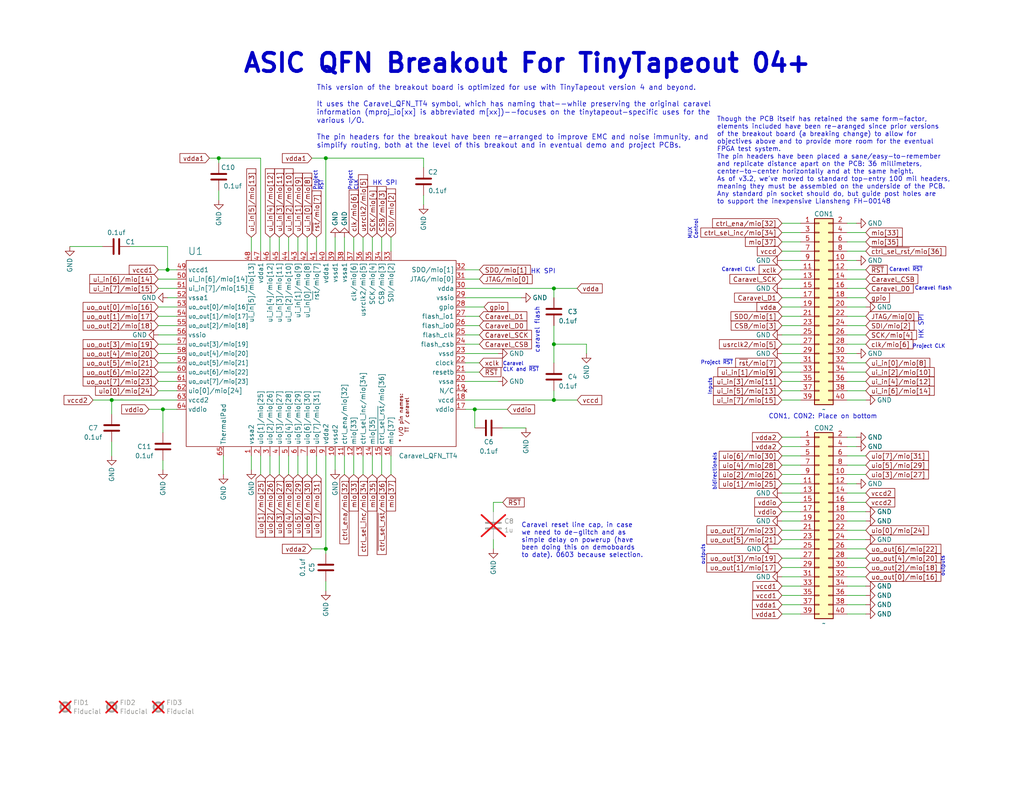
<source format=kicad_sch>
(kicad_sch (version 20231120) (generator "eeschema") (generator_version "8.0")
  (paper "A")
  (title_block (title "Caravel QFN Breakout") (date "2024-03-22") (rev "3.2") (company "Psychogenic Technologies") (comment 1 "(C) 2023 Pat Deegan"))
  (lib_symbols
    (symbol "Connector_Generic:Conn_02x20_Odd_Even" (pin_names (offset 1.016) hide)
      (property "Reference" "J" (at 1.27 25.4 0))
      (property "Value" "Conn_02x20_Odd_Even" (at 1.27 -27.94 0))
      (symbol "Conn_02x20_Odd_Even_1_1"
        (rectangle (start -1.27 -25.273) (end 0 -25.527) (stroke (width 0.1524)))
        (rectangle (start -1.27 -22.733) (end 0 -22.987) (stroke (width 0.1524)))
        (rectangle (start -1.27 -20.193) (end 0 -20.447) (stroke (width 0.1524)))
        (rectangle (start -1.27 -17.653) (end 0 -17.907) (stroke (width 0.1524)))
        (rectangle (start -1.27 -15.113) (end 0 -15.367) (stroke (width 0.1524)))
        (rectangle (start -1.27 -12.573) (end 0 -12.827) (stroke (width 0.1524)))
        (rectangle (start -1.27 -10.033) (end 0 -10.287) (stroke (width 0.1524)))
        (rectangle (start -1.27 -7.493) (end 0 -7.747) (stroke (width 0.1524)))
        (rectangle (start -1.27 -4.953) (end 0 -5.207) (stroke (width 0.1524)))
        (rectangle (start -1.27 -2.413) (end 0 -2.667) (stroke (width 0.1524)))
        (rectangle (start -1.27 0.127) (end 0 -0.127) (stroke (width 0.1524)))
        (rectangle (start -1.27 2.667) (end 0 2.413) (stroke (width 0.1524)))
        (rectangle (start -1.27 5.207) (end 0 4.953) (stroke (width 0.1524)))
        (rectangle (start -1.27 7.747) (end 0 7.493) (stroke (width 0.1524)))
        (rectangle (start -1.27 10.287) (end 0 10.033) (stroke (width 0.1524)))
        (rectangle (start -1.27 12.827) (end 0 12.573) (stroke (width 0.1524)))
        (rectangle (start -1.27 15.367) (end 0 15.113) (stroke (width 0.1524)))
        (rectangle (start -1.27 17.907) (end 0 17.653) (stroke (width 0.1524)))
        (rectangle (start -1.27 20.447) (end 0 20.193) (stroke (width 0.1524)))
        (rectangle (start -1.27 22.987) (end 0 22.733) (stroke (width 0.1524)))
        (rectangle (start -1.27 24.13) (end 3.81 -26.67) (stroke (width 0.254)) (fill (type background)))
        (rectangle (start 3.81 -25.273) (end 2.54 -25.527) (stroke (width 0.1524)))
        (rectangle (start 3.81 -22.733) (end 2.54 -22.987) (stroke (width 0.1524)))
        (rectangle (start 3.81 -20.193) (end 2.54 -20.447) (stroke (width 0.1524)))
        (rectangle (start 3.81 -17.653) (end 2.54 -17.907) (stroke (width 0.1524)))
        (rectangle (start 3.81 -15.113) (end 2.54 -15.367) (stroke (width 0.1524)))
        (rectangle (start 3.81 -12.573) (end 2.54 -12.827) (stroke (width 0.1524)))
        (rectangle (start 3.81 -10.033) (end 2.54 -10.287) (stroke (width 0.1524)))
        (rectangle (start 3.81 -7.493) (end 2.54 -7.747) (stroke (width 0.1524)))
        (rectangle (start 3.81 -4.953) (end 2.54 -5.207) (stroke (width 0.1524)))
        (rectangle (start 3.81 -2.413) (end 2.54 -2.667) (stroke (width 0.1524)))
        (rectangle (start 3.81 0.127) (end 2.54 -0.127) (stroke (width 0.1524)))
        (rectangle (start 3.81 2.667) (end 2.54 2.413) (stroke (width 0.1524)))
        (rectangle (start 3.81 5.207) (end 2.54 4.953) (stroke (width 0.1524)))
        (rectangle (start 3.81 7.747) (end 2.54 7.493) (stroke (width 0.1524)))
        (rectangle (start 3.81 10.287) (end 2.54 10.033) (stroke (width 0.1524)))
        (rectangle (start 3.81 12.827) (end 2.54 12.573) (stroke (width 0.1524)))
        (rectangle (start 3.81 15.367) (end 2.54 15.113) (stroke (width 0.1524)))
        (rectangle (start 3.81 17.907) (end 2.54 17.653) (stroke (width 0.1524)))
        (rectangle (start 3.81 20.447) (end 2.54 20.193) (stroke (width 0.1524)))
        (rectangle (start 3.81 22.987) (end 2.54 22.733) (stroke (width 0.1524)))
        (pin passive line (at -5.08 22.86 0) (length 3.81) (name "Pin_1") (number "1"))
        (pin passive line (at 7.62 12.7 180) (length 3.81) (name "Pin_10") (number "10"))
        (pin passive line (at -5.08 10.16 0) (length 3.81) (name "Pin_11") (number "11"))
        (pin passive line (at 7.62 10.16 180) (length 3.81) (name "Pin_12") (number "12"))
        (pin passive line (at -5.08 7.62 0) (length 3.81) (name "Pin_13") (number "13"))
        (pin passive line (at 7.62 7.62 180) (length 3.81) (name "Pin_14") (number "14"))
        (pin passive line (at -5.08 5.08 0) (length 3.81) (name "Pin_15") (number "15"))
        (pin passive line (at 7.62 5.08 180) (length 3.81) (name "Pin_16") (number "16"))
        (pin passive line (at -5.08 2.54 0) (length 3.81) (name "Pin_17") (number "17"))
        (pin passive line (at 7.62 2.54 180) (length 3.81) (name "Pin_18") (number "18"))
        (pin passive line (at -5.08 0 0) (length 3.81) (name "Pin_19") (number "19"))
        (pin passive line (at 7.62 22.86 180) (length 3.81) (name "Pin_2") (number "2"))
        (pin passive line (at 7.62 0 180) (length 3.81) (name "Pin_20") (number "20"))
        (pin passive line (at -5.08 -2.54 0) (length 3.81) (name "Pin_21") (number "21"))
        (pin passive line (at 7.62 -2.54 180) (length 3.81) (name "Pin_22") (number "22"))
        (pin passive line (at -5.08 -5.08 0) (length 3.81) (name "Pin_23") (number "23"))
        (pin passive line (at 7.62 -5.08 180) (length 3.81) (name "Pin_24") (number "24"))
        (pin passive line (at -5.08 -7.62 0) (length 3.81) (name "Pin_25") (number "25"))
        (pin passive line (at 7.62 -7.62 180) (length 3.81) (name "Pin_26") (number "26"))
        (pin passive line (at -5.08 -10.16 0) (length 3.81) (name "Pin_27") (number "27"))
        (pin passive line (at 7.62 -10.16 180) (length 3.81) (name "Pin_28") (number "28"))
        (pin passive line (at -5.08 -12.7 0) (length 3.81) (name "Pin_29") (number "29"))
        (pin passive line (at -5.08 20.32 0) (length 3.81) (name "Pin_3") (number "3"))
        (pin passive line (at 7.62 -12.7 180) (length 3.81) (name "Pin_30") (number "30"))
        (pin passive line (at -5.08 -15.24 0) (length 3.81) (name "Pin_31") (number "31"))
        (pin passive line (at 7.62 -15.24 180) (length 3.81) (name "Pin_32") (number "32"))
        (pin passive line (at -5.08 -17.78 0) (length 3.81) (name "Pin_33") (number "33"))
        (pin passive line (at 7.62 -17.78 180) (length 3.81) (name "Pin_34") (number "34"))
        (pin passive line (at -5.08 -20.32 0) (length 3.81) (name "Pin_35") (number "35"))
        (pin passive line (at 7.62 -20.32 180) (length 3.81) (name "Pin_36") (number "36"))
        (pin passive line (at -5.08 -22.86 0) (length 3.81) (name "Pin_37") (number "37"))
        (pin passive line (at 7.62 -22.86 180) (length 3.81) (name "Pin_38") (number "38"))
        (pin passive line (at -5.08 -25.4 0) (length 3.81) (name "Pin_39") (number "39"))
        (pin passive line (at 7.62 20.32 180) (length 3.81) (name "Pin_4") (number "4"))
        (pin passive line (at 7.62 -25.4 180) (length 3.81) (name "Pin_40") (number "40"))
        (pin passive line (at -5.08 17.78 0) (length 3.81) (name "Pin_5") (number "5"))
        (pin passive line (at 7.62 17.78 180) (length 3.81) (name "Pin_6") (number "6"))
        (pin passive line (at -5.08 15.24 0) (length 3.81) (name "Pin_7") (number "7"))
        (pin passive line (at 7.62 15.24 180) (length 3.81) (name "Pin_8") (number "8"))
        (pin passive line (at -5.08 12.7 0) (length 3.81) (name "Pin_9") (number "9"))
      )
    )
    (symbol "Device:C" (pin_numbers hide) (pin_names (offset 0.254))
      (property "Reference" "C" (at 0.635 2.54 0))
      (property "Value" "C" (at 0.635 -2.54 0))
      (symbol "C_0_1"
        (polyline (pts (xy -2.032 -0.762) (xy 2.032 -0.762)) (stroke (width 0.508)))
        (polyline (pts (xy -2.032 0.762) (xy 2.032 0.762)) (stroke (width 0.508)))
      )
      (symbol "C_1_1"
        (pin passive line (at 0 3.81 270) (length 2.794) (name "~") (number "1"))
        (pin passive line (at 0 -3.81 90) (length 2.794) (name "~") (number "2"))
      )
    )
    (symbol "Mechanical:Fiducial" (exclude_from_sim yes) (in_bom no)
      (property "Reference" "FID" (at 0 5.08 0))
      (property "Value" "Fiducial" (at 0 3.175 0))
      (symbol "Fiducial_0_1"
        (circle (center 0 0) (radius 1.27) (stroke (width 0.508)) (fill (type background)))
      )
    )
    (symbol "TinyTapeout:Caravel_QFN_TT4"
      (property "Reference" "U1" (at -26.416 41.656 0))
      (property "Value" "Caravel_QFN_TT4" (at 26.035 -33.655 90))
      (symbol "Caravel_QFN_TT4_0_1"
        (rectangle (start -26.67 40.64) (end 24.13 -33.02))
      )
      (symbol "Caravel_QFN_TT4_1_1"
        (text "* I/O pin names:\n  TT / caravel" (at -18.796 -18.796 0) (effects (font (size 1 1))))
        (pin power_in line (at -29.21 22.86 0) (length 2.54) (name "vssa2") (number "1"))
        (pin power_in line (at -29.21 0 0) (length 2.54) (name "vssd2") (number "10"))
        (pin bidirectional line (at -29.21 -2.54 0) (length 2.54) (name "ctrl_ena/mio[32]") (number "11"))
        (pin bidirectional line (at -29.21 -5.08 0) (length 2.54) (name "mio[33]") (number "12"))
        (pin bidirectional line (at -29.21 -7.62 0) (length 2.54) (name "ctrl_sel_inc/mio[34]") (number "13"))
        (pin bidirectional line (at -29.21 -10.16 0) (length 2.54) (name "mio[35]") (number "14"))
        (pin bidirectional line (at -29.21 -12.7 0) (length 2.54) (name "~{ctrl_sel_rst}/mio[36]") (number "15"))
        (pin bidirectional line (at -29.21 -15.24 0) (length 2.54) (name "mio[37]") (number "16"))
        (pin power_in line (at -16.51 -35.56 90) (length 2.54) (name "vddio") (number "17"))
        (pin power_in line (at -13.97 -35.56 90) (length 2.54) (name "vccd") (number "18"))
        (pin no_connect line (at -11.43 -35.56 90) (length 2.54) (name "N/C") (number "19"))
        (pin bidirectional line (at -29.21 20.32 0) (length 2.54) (name "uio[1]/mio[25]") (number "2"))
        (pin power_in line (at -8.89 -35.56 90) (length 2.54) (name "vssa") (number "20"))
        (pin input line (at -6.35 -35.56 90) (length 2.54) (name "resetb") (number "21"))
        (pin input line (at -3.81 -35.56 90) (length 2.54) (name "clock") (number "22"))
        (pin power_in line (at -1.27 -35.56 90) (length 2.54) (name "vssd") (number "23"))
        (pin output line (at 1.27 -35.56 90) (length 2.54) (name "flash_csb") (number "24"))
        (pin output line (at 3.81 -35.56 90) (length 2.54) (name "flash_clk") (number "25"))
        (pin bidirectional line (at 6.35 -35.56 90) (length 2.54) (name "flash_io0") (number "26"))
        (pin bidirectional line (at 8.89 -35.56 90) (length 2.54) (name "flash_io1") (number "27"))
        (pin bidirectional line (at 11.43 -35.56 90) (length 2.54) (name "gpio") (number "28"))
        (pin power_in line (at 13.97 -35.56 90) (length 2.54) (name "vssio") (number "29"))
        (pin bidirectional line (at -29.21 17.78 0) (length 2.54) (name "uio[2]/mio[26]") (number "3"))
        (pin power_in line (at 16.51 -35.56 90) (length 2.54) (name "vdda") (number "30"))
        (pin bidirectional line (at 19.05 -35.56 90) (length 2.54) (name "JTAG/mio[0]") (number "31"))
        (pin bidirectional line (at 21.59 -35.56 90) (length 2.54) (name "SDO/mio[1]") (number "32"))
        (pin bidirectional line (at 26.67 -15.24 180) (length 2.54) (name "SDI/mio[2]") (number "33"))
        (pin bidirectional line (at 26.67 -12.7 180) (length 2.54) (name "CSB/mio[3]") (number "34"))
        (pin bidirectional line (at 26.67 -10.16 180) (length 2.54) (name "SCK/mio[4]") (number "35"))
        (pin bidirectional line (at 26.67 -7.62 180) (length 2.54) (name "usrclk2/mio[5]") (number "36"))
        (pin bidirectional line (at 26.67 -5.08 180) (length 2.54) (name "clk/mio[6]") (number "37"))
        (pin power_in line (at 26.67 -2.54 180) (length 2.54) (name "vssa1") (number "38"))
        (pin power_in line (at 26.67 0 180) (length 2.54) (name "vssd1") (number "39"))
        (pin bidirectional line (at -29.21 15.24 0) (length 2.54) (name "uio[3]/mio[27]") (number "4"))
        (pin power_in line (at 26.67 2.54 180) (length 2.54) (name "vdda1") (number "40"))
        (pin bidirectional line (at 26.67 5.08 180) (length 2.54) (name "~{rst}/mio[7]") (number "41"))
        (pin bidirectional line (at 26.67 7.62 180) (length 2.54) (name "ui_in[0]/mio[8]") (number "42"))
        (pin bidirectional line (at 26.67 10.16 180) (length 2.54) (name "ui_in[1]/mio[9]") (number "43"))
        (pin bidirectional line (at 26.67 12.7 180) (length 2.54) (name "ui_in[2]/mio[10]") (number "44"))
        (pin bidirectional line (at 26.67 15.24 180) (length 2.54) (name "ui_in[3]/mio[11]") (number "45"))
        (pin bidirectional line (at 26.67 17.78 180) (length 2.54) (name "ui_in[4]/mio[12]") (number "46"))
        (pin power_in line (at 26.67 20.32 180) (length 2.54) (name "vdda1") (number "47"))
        (pin bidirectional line (at 26.67 22.86 180) (length 2.54) (name "ui_in[5]/mio[13]") (number "48"))
        (pin power_in line (at 21.59 43.18 270) (length 2.54) (name "vccd1") (number "49"))
        (pin bidirectional line (at -29.21 12.7 0) (length 2.54) (name "uio[4]/mio[28]") (number "5"))
        (pin bidirectional line (at 19.05 43.18 270) (length 2.54) (name "ui_in[6]/mio[14]") (number "50"))
        (pin bidirectional line (at 16.51 43.18 270) (length 2.54) (name "ui_in[7]/mio[15]") (number "51"))
        (pin power_in line (at 13.97 43.18 270) (length 2.54) (name "vssa1") (number "52"))
        (pin bidirectional line (at 11.43 43.18 270) (length 2.54) (name "uo_out[0]/mio[16]") (number "53"))
        (pin bidirectional line (at 8.89 43.18 270) (length 2.54) (name "uo_out[1]/mio[17]") (number "54"))
        (pin bidirectional line (at 6.35 43.18 270) (length 2.54) (name "uo_out[2]/mio[18]") (number "55"))
        (pin power_in line (at 3.81 43.18 270) (length 2.54) (name "vssio") (number "56"))
        (pin bidirectional line (at 1.27 43.18 270) (length 2.54) (name "uo_out[3]/mio[19]") (number "57"))
        (pin bidirectional line (at -1.27 43.18 270) (length 2.54) (name "uo_out[4]/mio[20]") (number "58"))
        (pin bidirectional line (at -3.81 43.18 270) (length 2.54) (name "uo_out[5]/mio[21]") (number "59"))
        (pin bidirectional line (at -29.21 10.16 0) (length 2.54) (name "uio[5]/mio[29]") (number "6"))
        (pin bidirectional line (at -6.35 43.18 270) (length 2.54) (name "uo_out[6]/mio[22]") (number "60"))
        (pin bidirectional line (at -8.89 43.18 270) (length 2.54) (name "uo_out[7]/mio[23]") (number "61"))
        (pin bidirectional line (at -11.43 43.18 270) (length 2.54) (name "uio[0]/mio[24]") (number "62"))
        (pin power_in line (at -13.97 43.18 270) (length 2.54) (name "vccd2") (number "63"))
        (pin power_in line (at -16.51 43.18 270) (length 2.54) (name "vddio") (number "64"))
        (pin power_in line (at -29.21 30.48 0) (length 2.54) (name "ThermalPad") (number "65"))
        (pin bidirectional line (at -29.21 7.62 0) (length 2.54) (name "uio[6]/mio[30]") (number "7"))
        (pin bidirectional line (at -29.21 5.08 0) (length 2.54) (name "uio[7]/mio[31]") (number "8"))
        (pin power_in line (at -29.21 2.54 0) (length 2.54) (name "vdda2") (number "9"))
      )
    )
    (symbol "power:GND" (power) (pin_names (offset 0))
      (property "Value" "GND" (at 0 -3.81 0))
      (symbol "GND_0_1"
        (polyline (pts (xy 0 0) (xy 0 -1.27) (xy 1.27 -1.27) (xy 0 -2.54) (xy -1.27 -1.27) (xy 0 -1.27)))
      )
      (symbol "GND_1_1"
        (pin power_in line (at 0 0 270) (length 0) hide (name "GND") (number "1"))
      )
    )
    (symbol "psypassives:C_1u_0603_50V" (pin_numbers hide) (pin_names (offset 0.254))
      (property "Reference" "C" (at 0.635 2.54 0))
      (property "Display Value" "1u/50V" (at 11.43 1.524 0))
      (symbol "C_1u_0603_50V_0_1"
        (polyline (pts (xy -2.032 -0.762) (xy 2.032 -0.762)) (stroke (width 0.508)))
        (polyline (pts (xy -2.032 0.762) (xy 2.032 0.762)) (stroke (width 0.508)))
      )
      (symbol "C_1u_0603_50V_1_1"
        (pin passive line (at 0 3.81 270) (length 2.794) (name "~") (number "1"))
        (pin passive line (at 0 -3.81 90) (length 2.794) (name "~") (number "2"))
      )
    )
  )
  (junction (at 30.48 109.22))
  (junction (at 88.9 149.86))
  (junction (at 88.9 43.18))
  (junction (at 129.54 111.76))
  (junction (at 151.13 78.74))
  (junction (at 45.72 73.66))
  (junction (at 151.13 93.98))
  (junction (at 44.45 111.76))
  (junction (at 59.69 43.18))
  (junction (at 151.13 109.22))
  (wire (pts (xy 231.14 86.36) (xy 236.22 86.36)))
  (wire (pts (xy 104.14 64.77) (xy 104.14 68.58)))
  (wire (pts (xy 71.12 43.18) (xy 71.12 68.58)))
  (wire (pts (xy 93.98 129.54) (xy 93.98 124.46)))
  (wire (pts (xy 231.14 78.74) (xy 236.22 78.74)))
  (wire (pts (xy 48.26 106.68) (xy 43.18 106.68)))
  (wire (pts (xy 68.58 64.77) (xy 68.58 68.58)))
  (wire (pts (xy 88.9 124.46) (xy 88.9 149.86)))
  (wire (pts (xy 130.81 88.9) (xy 127 88.9)))
  (wire (pts (xy 130.81 86.36) (xy 127 86.36)))
  (wire (pts (xy 88.9 43.18) (xy 115.57 43.18)))
  (wire (pts (xy 93.98 64.77) (xy 93.98 68.58)))
  (wire (pts (xy 210.82 149.86) (xy 218.44 149.86)))
  (wire (pts (xy 45.72 67.31) (xy 35.56 67.31)))
  (wire (pts (xy 231.14 68.58) (xy 236.22 68.58)))
  (wire (pts (xy 99.06 64.77) (xy 99.06 68.58)))
  (wire (pts (xy 157.48 109.22) (xy 151.13 109.22)))
  (wire (pts (xy 60.96 124.46) (xy 60.96 129.54)))
  (wire (pts (xy 127 78.74) (xy 151.13 78.74)))
  (wire (pts (xy 213.36 160.02) (xy 218.44 160.02)))
  (wire (pts (xy 231.14 76.2) (xy 236.22 76.2)))
  (wire (pts (xy 213.36 73.66) (xy 218.44 73.66)))
  (wire (pts (xy 213.36 127) (xy 218.44 127)))
  (wire (pts (xy 129.54 111.76) (xy 127 111.76)))
  (wire (pts (xy 231.14 109.22) (xy 236.22 109.22)))
  (wire (pts (xy 101.6 129.54) (xy 101.6 124.46)))
  (wire (pts (xy 213.36 142.24) (xy 218.44 142.24)))
  (wire (pts (xy 104.14 129.54) (xy 104.14 124.46)))
  (wire (pts (xy 231.14 91.44) (xy 236.22 91.44)))
  (wire (pts (xy 83.82 129.54) (xy 83.82 124.46)))
  (wire (pts (xy 73.66 64.77) (xy 73.66 68.58)))
  (wire (pts (xy 231.14 147.32) (xy 236.22 147.32)))
  (wire (pts (xy 151.13 78.74) (xy 151.13 81.28)))
  (wire (pts (xy 231.14 119.38) (xy 233.68 119.38)))
  (wire (pts (xy 130.81 99.06) (xy 127 99.06)))
  (wire (pts (xy 231.14 106.68) (xy 236.22 106.68)))
  (wire (pts (xy 213.36 132.08) (xy 218.44 132.08)))
  (wire (pts (xy 143.51 116.84) (xy 137.16 116.84)))
  (wire (pts (xy 213.36 119.38) (xy 218.44 119.38)))
  (wire (pts (xy 233.68 96.52) (xy 231.14 96.52)))
  (wire (pts (xy 213.36 60.96) (xy 218.44 60.96)))
  (wire (pts (xy 231.14 157.48) (xy 236.22 157.48)))
  (wire (pts (xy 73.66 129.54) (xy 73.66 124.46)))
  (wire (pts (xy 78.74 64.77) (xy 78.74 68.58)))
  (wire (pts (xy 68.58 128.27) (xy 68.58 124.46)))
  (wire (pts (xy 157.48 78.74) (xy 151.13 78.74)))
  (wire (pts (xy 213.36 101.6) (xy 218.44 101.6)))
  (wire (pts (xy 231.14 99.06) (xy 236.22 99.06)))
  (wire (pts (xy 231.14 137.16) (xy 236.22 137.16)))
  (wire (pts (xy 231.14 127) (xy 236.22 127)))
  (wire (pts (xy 81.28 64.77) (xy 81.28 68.58)))
  (wire (pts (xy 91.44 68.58) (xy 91.44 64.77)))
  (wire (pts (xy 71.12 43.18) (xy 59.69 43.18)))
  (wire (pts (xy 48.26 76.2) (xy 43.18 76.2)))
  (wire (pts (xy 231.14 60.96) (xy 233.68 60.96)))
  (wire (pts (xy 101.6 64.77) (xy 101.6 68.58)))
  (wire (pts (xy 88.9 43.18) (xy 85.09 43.18)))
  (wire (pts (xy 231.14 160.02) (xy 236.22 160.02)))
  (wire (pts (xy 231.14 162.56) (xy 236.22 162.56)))
  (wire (pts (xy 151.13 93.98) (xy 160.02 93.98)))
  (wire (pts (xy 59.69 52.07) (xy 59.69 54.61)))
  (wire (pts (xy 231.14 73.66) (xy 236.22 73.66)))
  (wire (pts (xy 30.48 109.22) (xy 25.4 109.22)))
  (wire (pts (xy 231.14 129.54) (xy 236.22 129.54)))
  (wire (pts (xy 76.2 64.77) (xy 76.2 68.58)))
  (wire (pts (xy 78.74 129.54) (xy 78.74 124.46)))
  (wire (pts (xy 231.14 104.14) (xy 236.22 104.14)))
  (wire (pts (xy 115.57 55.88) (xy 115.57 53.34)))
  (wire (pts (xy 44.45 111.76) (xy 44.45 118.11)))
  (wire (pts (xy 96.52 129.54) (xy 96.52 124.46)))
  (wire (pts (xy 86.36 129.54) (xy 86.36 124.46)))
  (wire (pts (xy 48.26 104.14) (xy 43.18 104.14)))
  (wire (pts (xy 231.14 124.46) (xy 236.22 124.46)))
  (wire (pts (xy 59.69 43.18) (xy 59.69 44.45)))
  (wire (pts (xy 151.13 106.68) (xy 151.13 109.22)))
  (wire (pts (xy 99.06 129.54) (xy 99.06 124.46)))
  (wire (pts (xy 130.81 101.6) (xy 127 101.6)))
  (wire (pts (xy 86.36 64.77) (xy 86.36 68.58)))
  (wire (pts (xy 43.18 73.66) (xy 45.72 73.66)))
  (wire (pts (xy 213.36 66.04) (xy 218.44 66.04)))
  (wire (pts (xy 130.81 91.44) (xy 127 91.44)))
  (wire (pts (xy 231.14 71.12) (xy 233.68 71.12)))
  (wire (pts (xy 213.36 86.36) (xy 218.44 86.36)))
  (wire (pts (xy 83.82 64.77) (xy 83.82 68.58)))
  (wire (pts (xy 213.36 157.48) (xy 218.44 157.48)))
  (wire (pts (xy 213.36 152.4) (xy 218.44 152.4)))
  (wire (pts (xy 19.05 67.31) (xy 27.94 67.31)))
  (wire (pts (xy 213.36 106.68) (xy 218.44 106.68)))
  (wire (pts (xy 48.26 96.52) (xy 43.18 96.52)))
  (wire (pts (xy 231.14 149.86) (xy 236.22 149.86)))
  (wire (pts (xy 213.36 83.82) (xy 218.44 83.82)))
  (wire (pts (xy 88.9 43.18) (xy 88.9 68.58)))
  (wire (pts (xy 134.62 147.32) (xy 134.62 149.86)))
  (wire (pts (xy 135.89 104.14) (xy 127 104.14)))
  (wire (pts (xy 213.36 124.46) (xy 218.44 124.46)))
  (wire (pts (xy 231.14 93.98) (xy 236.22 93.98)))
  (wire (pts (xy 151.13 88.9) (xy 151.13 93.98)))
  (wire (pts (xy 213.36 137.16) (xy 218.44 137.16)))
  (wire (pts (xy 71.12 129.54) (xy 71.12 124.46)))
  (wire (pts (xy 57.15 43.18) (xy 59.69 43.18)))
  (wire (pts (xy 43.18 78.74) (xy 48.26 78.74)))
  (wire (pts (xy 129.54 111.76) (xy 138.43 111.76)))
  (wire (pts (xy 88.9 158.75) (xy 88.9 161.29)))
  (wire (pts (xy 48.26 83.82) (xy 43.18 83.82)))
  (wire (pts (xy 213.36 76.2) (xy 218.44 76.2)))
  (wire (pts (xy 213.36 63.5) (xy 218.44 63.5)))
  (wire (pts (xy 151.13 93.98) (xy 151.13 99.06)))
  (wire (pts (xy 213.36 139.7) (xy 218.44 139.7)))
  (wire (pts (xy 213.36 88.9) (xy 218.44 88.9)))
  (wire (pts (xy 44.45 125.73) (xy 44.45 128.27)))
  (wire (pts (xy 231.14 165.1) (xy 236.22 165.1)))
  (wire (pts (xy 213.36 154.94) (xy 218.44 154.94)))
  (wire (pts (xy 231.14 139.7) (xy 236.22 139.7)))
  (wire (pts (xy 213.36 129.54) (xy 218.44 129.54)))
  (wire (pts (xy 45.72 81.28) (xy 48.26 81.28)))
  (wire (pts (xy 151.13 109.22) (xy 127 109.22)))
  (wire (pts (xy 231.14 132.08) (xy 233.68 132.08)))
  (wire (pts (xy 213.36 99.06) (xy 218.44 99.06)))
  (wire (pts (xy 231.14 134.62) (xy 236.22 134.62)))
  (wire (pts (xy 48.26 99.06) (xy 43.18 99.06)))
  (wire (pts (xy 231.14 142.24) (xy 236.22 142.24)))
  (wire (pts (xy 91.44 128.27) (xy 91.44 124.46)))
  (wire (pts (xy 48.26 86.36) (xy 43.18 86.36)))
  (wire (pts (xy 231.14 144.78) (xy 236.22 144.78)))
  (wire (pts (xy 213.36 68.58) (xy 218.44 68.58)))
  (wire (pts (xy 231.14 167.64) (xy 236.22 167.64)))
  (wire (pts (xy 30.48 109.22) (xy 30.48 113.03)))
  (wire (pts (xy 213.36 165.1) (xy 218.44 165.1)))
  (wire (pts (xy 231.14 63.5) (xy 236.22 63.5)))
  (wire (pts (xy 213.36 121.92) (xy 218.44 121.92)))
  (wire (pts (xy 96.52 64.77) (xy 96.52 68.58)))
  (wire (pts (xy 129.54 111.76) (xy 129.54 116.84)))
  (wire (pts (xy 137.16 137.16) (xy 134.62 137.16)))
  (wire (pts (xy 45.72 73.66) (xy 45.72 67.31)))
  (wire (pts (xy 130.81 76.2) (xy 127 76.2)))
  (wire (pts (xy 213.36 147.32) (xy 218.44 147.32)))
  (wire (pts (xy 213.36 167.64) (xy 218.44 167.64)))
  (wire (pts (xy 213.36 162.56) (xy 218.44 162.56)))
  (wire (pts (xy 106.68 68.58) (xy 106.68 64.77)))
  (wire (pts (xy 44.45 111.76) (xy 48.26 111.76)))
  (wire (pts (xy 213.36 91.44) (xy 218.44 91.44)))
  (wire (pts (xy 30.48 120.65) (xy 30.48 124.46)))
  (wire (pts (xy 48.26 101.6) (xy 43.18 101.6)))
  (wire (pts (xy 130.81 73.66) (xy 127 73.66)))
  (wire (pts (xy 213.36 78.74) (xy 218.44 78.74)))
  (wire (pts (xy 213.36 134.62) (xy 218.44 134.62)))
  (wire (pts (xy 213.36 93.98) (xy 218.44 93.98)))
  (wire (pts (xy 134.62 137.16) (xy 134.62 139.7)))
  (wire (pts (xy 48.26 93.98) (xy 43.18 93.98)))
  (wire (pts (xy 213.36 144.78) (xy 218.44 144.78)))
  (wire (pts (xy 115.57 43.18) (xy 115.57 45.72)))
  (wire (pts (xy 231.14 101.6) (xy 236.22 101.6)))
  (wire (pts (xy 231.14 88.9) (xy 236.22 88.9)))
  (wire (pts (xy 76.2 129.54) (xy 76.2 124.46)))
  (wire (pts (xy 213.36 71.12) (xy 218.44 71.12)))
  (wire (pts (xy 231.14 66.04) (xy 236.22 66.04)))
  (wire (pts (xy 231.14 121.92) (xy 233.68 121.92)))
  (wire (pts (xy 231.14 81.28) (xy 236.22 81.28)))
  (wire (pts (xy 106.68 129.54) (xy 106.68 124.46)))
  (wire (pts (xy 213.36 104.14) (xy 218.44 104.14)))
  (wire (pts (xy 130.81 93.98) (xy 127 93.98)))
  (wire (pts (xy 231.14 152.4) (xy 236.22 152.4)))
  (wire (pts (xy 132.08 83.82) (xy 127 83.82)))
  (wire (pts (xy 30.48 109.22) (xy 48.26 109.22)))
  (wire (pts (xy 88.9 151.13) (xy 88.9 149.86)))
  (wire (pts (xy 213.36 81.28) (xy 218.44 81.28)))
  (wire (pts (xy 81.28 129.54) (xy 81.28 124.46)))
  (wire (pts (xy 43.18 91.44) (xy 48.26 91.44)))
  (wire (pts (xy 160.02 93.98) (xy 160.02 96.52)))
  (wire (pts (xy 88.9 149.86) (xy 85.09 149.86)))
  (wire (pts (xy 135.89 96.52) (xy 127 96.52)))
  (wire (pts (xy 231.14 154.94) (xy 236.22 154.94)))
  (wire (pts (xy 231.14 83.82) (xy 236.22 83.82)))
  (wire (pts (xy 48.26 88.9) (xy 43.18 88.9)))
  (wire (pts (xy 213.36 96.52) (xy 218.44 96.52)))
  (wire (pts (xy 45.72 73.66) (xy 48.26 73.66)))
  (wire (pts (xy 142.24 81.28) (xy 127 81.28)))
  (wire (pts (xy 40.64 111.76) (xy 44.45 111.76)))
  (wire (pts (xy 213.36 109.22) (xy 218.44 109.22)))
  (text "Caravel reset line cap, in case \nwe need to de-glitch and as\nsimple delay on powerup (have\nbeen doing this on demoboards\nto date). 0603 because selection." (at 142.24 152.4 0) (effects (font (size 1.27 1.27)) (justify left bottom)))
  (text "ASIC QFN Breakout For TinyTapeout 04+" (at 66.04 20.32 0) (effects (font (size 5 5) (thickness 1) (bold yes)) (justify left bottom)))
  (text "Project\nCLK" (at 97.79 52.07 90) (effects (font (size 1 1)) (justify left bottom)))
  (text "MUX\nControl" (at 190.5 65.405 90) (effects (font (size 1 1)) (justify left bottom)))
  (text "Caravel CLK" (at 196.85 74.295 0) (effects (font (size 1 1)) (justify left bottom)))
  (text "HK SPI" (at 101.6 50.8 0) (effects (font (size 1.27 1.27)) (justify left bottom)))
  (text "HK SPI" (at 252.095 92.71 90) (effects (font (size 1.27 1.27)) (justify left bottom)))
  (text "outputs" (at 257.81 151.765 90) (effects (font (size 1 1)) (justify right bottom)))
  (text "HK SPI" (at 144.78 74.93 0) (effects (font (size 1.27 1.27)) (justify left bottom)))
  (text "outputs" (at 192.405 148.59 90) (effects (font (size 1 1)) (justify right bottom)))
  (text "Project ~{RST}" (at 191.135 99.695 0) (effects (font (size 1 1)) (justify left bottom)))
  (text "Caravel flash" (at 249.555 79.375 0) (effects (font (size 1 1)) (justify left bottom)))
  (text "CON1, CON2: Place on bottom" (at 224.536 113.792 0) (effects (font (size 1.27 1.27))))
  (text "Project CLK" (at 248.92 95.25 0) (effects (font (size 1 1)) (justify left bottom)))
  (text "Though the PCB itself has retained the same form-factor, \nelements included have been re-aranged since prior versions \nof the breakout board (a breaking change) to allow for \nobjectives above and to provide more room for the eventual \nFPGA test system.  \nThe pin headers have been placed a sane/easy-to-remember \nand replicate distance apart on the PCB: 36 millimeters, \ncenter-to-center horizontally and at the same height.\nAs of v3.2, we've moved to standard top-entry 100 mil headers,\nmeaning they must be assembled on the underside of the PCB.\nAny standard pin socket should do, but guide post holes are \nto support the inexpensive Liansheng FH-00148" (at 195.58 55.88 0) (effects (font (size 1.27 1.27)) (justify left bottom)))
  (text "Caravel ~{RST}" (at 242.57 74.295 0) (effects (font (size 1 1)) (justify left bottom)))
  (text "Inputs" (at 194.31 107.95 90) (effects (font (size 1 1)) (justify left bottom)))
  (text "bidirectionals" (at 195.58 133.985 90) (effects (font (size 1 1)) (justify left bottom)))
  (text "Caravel\nCLK and ~{RST}" (at 137.16 101.6 0) (effects (font (size 1 1)) (justify left bottom)))
  (text "Project\n~{RST}" (at 88.265 52.07 90) (effects (font (size 1 1)) (justify left bottom)))
  (text "This version of the breakout board is optimized for use with TinyTapeout version 4 and beyond.\n\nIt uses the Caravel_QFN_TT4 symbol, which has naming that--while preserving the original caravel \ninformation (mproj_io[xx] is abbreviated m[xx])--focuses on the tinytapeout-specific uses for the\nvarious I/O.\n\nThe pin headers for the breakout have been re-arranged to improve EMC and noise immunity, and \nsimplify routing, both at the level of this breakout and in eventual demo and project PCBs." (at 86.36 40.64 0) (effects (font (size 1.4 1.4)) (justify left bottom)))
  (text "caravel flash" (at 147.32 96.52 90) (effects (font (size 1.27 1.27)) (justify left bottom)))
  (global_label "JTAG{slash}mio[0]" (shape input) (at 236.22 86.36 0) (property "Intersheetrefs" "${INTERSHEET_REFS}" (effects (hide yes))))
  (global_label "CSB{slash}mio[3]" (shape input) (at 213.36 88.9 180) (property "Intersheetrefs" "${INTERSHEET_REFS}" (effects (hide yes))))
  (global_label "uo_out[5]{slash}mio[21]" (shape input) (at 43.18 99.06 180) (property "Intersheetrefs" "${INTERSHEET_REFS}" (effects (hide yes))))
  (global_label "ctrl_ena{slash}mio[32]" (shape input) (at 213.36 60.96 180) (property "Intersheetrefs" "${INTERSHEET_REFS}" (effects (hide yes))))
  (global_label "CSB{slash}mio[3]" (shape input) (at 104.14 64.77 90) (property "Intersheetrefs" "${INTERSHEET_REFS}" (effects (hide yes))))
  (global_label "uio[7]{slash}mio[31]" (shape input) (at 86.36 129.54 270) (property "Intersheetrefs" "${INTERSHEET_REFS}" (effects (hide yes))))
  (global_label "ui_in[1]{slash}mio[9]" (shape input) (at 213.36 101.6 180) (property "Intersheetrefs" "${INTERSHEET_REFS}" (effects (hide yes))))
  (global_label "ui_in[0]{slash}mio[8]" (shape input) (at 236.22 99.06 0) (property "Intersheetrefs" "${INTERSHEET_REFS}" (effects (hide yes))))
  (global_label "vdda2" (shape input) (at 85.09 149.86 180) (property "Intersheetrefs" "${INTERSHEET_REFS}" (effects (hide yes))))
  (global_label "uio[2]{slash}mio[26]" (shape input) (at 73.66 129.54 270) (property "Intersheetrefs" "${INTERSHEET_REFS}" (effects (hide yes))))
  (global_label "SDI{slash}mio[2]" (shape input) (at 236.22 88.9 0) (property "Intersheetrefs" "${INTERSHEET_REFS}" (effects (hide yes))))
  (global_label "vddio" (shape input) (at 213.36 137.16 180) (property "Intersheetrefs" "${INTERSHEET_REFS}" (effects (hide yes))))
  (global_label "Caravel_D1" (shape input) (at 130.81 86.36 0) (property "Intersheetrefs" "${INTERSHEET_REFS}" (effects (hide yes))))
  (global_label "ui_in[3]{slash}mio[11]" (shape input) (at 76.2 64.77 90) (property "Intersheetrefs" "${INTERSHEET_REFS}" (effects (hide yes))))
  (global_label "xclk" (shape input) (at 130.81 99.06 0) (property "Intersheetrefs" "${INTERSHEET_REFS}" (effects (hide yes))))
  (global_label "uo_out[7]{slash}mio[23]" (shape input) (at 43.18 104.14 180) (property "Intersheetrefs" "${INTERSHEET_REFS}" (effects (hide yes))))
  (global_label "~{RST}" (shape input) (at 236.22 73.66 0) (property "Intersheetrefs" "${INTERSHEET_REFS}" (effects (hide yes))))
  (global_label "vddio" (shape input) (at 40.64 111.76 180) (property "Intersheetrefs" "${INTERSHEET_REFS}" (effects (hide yes))))
  (global_label "uio[5]{slash}mio[29]" (shape input) (at 236.22 127 0) (property "Intersheetrefs" "${INTERSHEET_REFS}" (effects (hide yes))))
  (global_label "uio[1]{slash}mio[25]" (shape input) (at 213.36 132.08 180) (property "Intersheetrefs" "${INTERSHEET_REFS}" (effects (hide yes))))
  (global_label "uio[4]{slash}mio[28]" (shape input) (at 213.36 127 180) (property "Intersheetrefs" "${INTERSHEET_REFS}" (effects (hide yes))))
  (global_label "mio[35]" (shape input) (at 236.22 66.04 0) (property "Intersheetrefs" "${INTERSHEET_REFS}" (effects (hide yes))))
  (global_label "ui_in[0]{slash}mio[8]" (shape input) (at 83.82 64.77 90) (property "Intersheetrefs" "${INTERSHEET_REFS}" (effects (hide yes))))
  (global_label "JTAG{slash}mio[0]" (shape input) (at 130.81 76.2 0) (property "Intersheetrefs" "${INTERSHEET_REFS}" (effects (hide yes))))
  (global_label "ui_in[7]{slash}mio[15]" (shape input) (at 213.36 109.22 180) (property "Intersheetrefs" "${INTERSHEET_REFS}" (effects (hide yes))))
  (global_label "vdda1" (shape input) (at 213.36 167.64 180) (property "Intersheetrefs" "${INTERSHEET_REFS}" (effects (hide yes))))
  (global_label "gpio" (shape input) (at 236.22 81.28 0) (property "Intersheetrefs" "${INTERSHEET_REFS}" (effects (hide yes))))
  (global_label "mio[37]" (shape input) (at 106.68 129.54 270) (property "Intersheetrefs" "${INTERSHEET_REFS}" (effects (hide yes))))
  (global_label "Caravel_CSB" (shape input) (at 130.81 93.98 0) (property "Intersheetrefs" "${INTERSHEET_REFS}" (effects (hide yes))))
  (global_label "uo_out[6]{slash}mio[22]" (shape input) (at 236.22 149.86 0) (property "Intersheetrefs" "${INTERSHEET_REFS}" (effects (hide yes))))
  (global_label "uo_out[1]{slash}mio[17]" (shape input) (at 213.36 154.94 180) (property "Intersheetrefs" "${INTERSHEET_REFS}" (effects (hide yes))))
  (global_label "mio[37]" (shape input) (at 213.36 66.04 180) (property "Intersheetrefs" "${INTERSHEET_REFS}" (effects (hide yes))))
  (global_label "uo_out[4]{slash}mio[20]" (shape input) (at 43.18 96.52 180) (property "Intersheetrefs" "${INTERSHEET_REFS}" (effects (hide yes))))
  (global_label "vccd2" (shape input) (at 25.4 109.22 180) (property "Intersheetrefs" "${INTERSHEET_REFS}" (effects (hide yes))))
  (global_label "ui_in[2]{slash}mio[10]" (shape input) (at 78.74 64.77 90) (property "Intersheetrefs" "${INTERSHEET_REFS}" (effects (hide yes))))
  (global_label "Caravel_D0" (shape input) (at 236.22 78.74 0) (property "Intersheetrefs" "${INTERSHEET_REFS}" (effects (hide yes))))
  (global_label "vdda1" (shape input) (at 57.15 43.18 180) (property "Intersheetrefs" "${INTERSHEET_REFS}" (effects (hide yes))))
  (global_label "vddio" (shape input) (at 138.43 111.76 0) (property "Intersheetrefs" "${INTERSHEET_REFS}" (effects (hide yes))))
  (global_label "ctrl_sel_inc{slash}mio[34]" (shape input) (at 99.06 129.54 270) (property "Intersheetrefs" "${INTERSHEET_REFS}" (effects (hide yes))))
  (global_label "SDO{slash}mio[1]" (shape input) (at 213.36 86.36 180) (property "Intersheetrefs" "${INTERSHEET_REFS}" (effects (hide yes))))
  (global_label "vccd" (shape input) (at 213.36 68.58 180) (property "Intersheetrefs" "${INTERSHEET_REFS}" (effects (hide yes))))
  (global_label "usrclk2{slash}mio[5]" (shape input) (at 99.06 64.77 90) (property "Intersheetrefs" "${INTERSHEET_REFS}" (effects (hide yes))))
  (global_label "ui_in[6]{slash}mio[14]" (shape input) (at 43.18 76.2 180) (property "Intersheetrefs" "${INTERSHEET_REFS}" (effects (hide yes))))
  (global_label "Caravel_CSB" (shape input) (at 236.22 76.2 0) (property "Intersheetrefs" "${INTERSHEET_REFS}" (effects (hide yes))))
  (global_label "vdda1" (shape input) (at 85.09 43.18 180) (property "Intersheetrefs" "${INTERSHEET_REFS}" (effects (hide yes))))
  (global_label "uo_out[4]{slash}mio[20]" (shape input) (at 236.22 152.4 0) (property "Intersheetrefs" "${INTERSHEET_REFS}" (effects (hide yes))))
  (global_label "vccd1" (shape input) (at 43.18 73.66 180) (property "Intersheetrefs" "${INTERSHEET_REFS}" (effects (hide yes))))
  (global_label "vdda" (shape input) (at 157.48 78.74 0) (property "Intersheetrefs" "${INTERSHEET_REFS}" (effects (hide yes))))
  (global_label "mio[35]" (shape input) (at 101.6 129.54 270) (property "Intersheetrefs" "${INTERSHEET_REFS}" (effects (hide yes))))
  (global_label "vccd1" (shape input) (at 213.36 160.02 180) (property "Intersheetrefs" "${INTERSHEET_REFS}" (effects (hide yes))))
  (global_label "~{RST}" (shape input) (at 130.81 101.6 0) (property "Intersheetrefs" "${INTERSHEET_REFS}" (effects (hide yes))))
  (global_label "vdda2" (shape input) (at 213.36 121.92 180) (property "Intersheetrefs" "${INTERSHEET_REFS}" (effects (hide yes))))
  (global_label "uo_out[7]{slash}mio[23]" (shape input) (at 213.36 144.78 180) (property "Intersheetrefs" "${INTERSHEET_REFS}" (effects (hide yes))))
  (global_label "~{rst}{slash}mio[7]" (shape input) (at 86.36 64.77 90) (property "Intersheetrefs" "${INTERSHEET_REFS}" (effects (hide yes))))
  (global_label "uo_out[2]{slash}mio[18]" (shape input) (at 236.22 154.94 0) (property "Intersheetrefs" "${INTERSHEET_REFS}" (effects (hide yes))))
  (global_label "SDO{slash}mio[1]" (shape input) (at 130.81 73.66 0) (property "Intersheetrefs" "${INTERSHEET_REFS}" (effects (hide yes))))
  (global_label "vddio" (shape input) (at 213.36 139.7 180) (property "Intersheetrefs" "${INTERSHEET_REFS}" (effects (hide yes))))
  (global_label "ui_in[2]{slash}mio[10]" (shape input) (at 236.22 101.6 0) (property "Intersheetrefs" "${INTERSHEET_REFS}" (effects (hide yes))))
  (global_label "uio[4]{slash}mio[28]" (shape input) (at 78.74 129.54 270) (property "Intersheetrefs" "${INTERSHEET_REFS}" (effects (hide yes))))
  (global_label "uo_out[3]{slash}mio[19]" (shape input) (at 213.36 152.4 180) (property "Intersheetrefs" "${INTERSHEET_REFS}" (effects (hide yes))))
  (global_label "uio[1]{slash}mio[25]" (shape input) (at 71.12 129.54 270) (property "Intersheetrefs" "${INTERSHEET_REFS}" (effects (hide yes))))
  (global_label "SDI{slash}mio[2]" (shape input) (at 106.68 64.77 90) (property "Intersheetrefs" "${INTERSHEET_REFS}" (effects (hide yes))))
  (global_label "Caravel_D1" (shape input) (at 213.36 81.28 180) (property "Intersheetrefs" "${INTERSHEET_REFS}" (effects (hide yes))))
  (global_label "ctrl_sel_inc{slash}mio[34]" (shape input) (at 213.36 63.5 180) (property "Intersheetrefs" "${INTERSHEET_REFS}" (effects (hide yes))))
  (global_label "clk{slash}mio[6]" (shape input) (at 96.52 64.77 90) (property "Intersheetrefs" "${INTERSHEET_REFS}" (effects (hide yes))))
  (global_label "vccd1" (shape input) (at 213.36 162.56 180) (property "Intersheetrefs" "${INTERSHEET_REFS}" (effects (hide yes))))
  (global_label "xclk" (shape input) (at 213.36 73.66 180) (property "Intersheetrefs" "${INTERSHEET_REFS}" (effects (hide yes))))
  (global_label "uio[5]{slash}mio[29]" (shape input) (at 81.28 129.54 270) (property "Intersheetrefs" "${INTERSHEET_REFS}" (effects (hide yes))))
  (global_label "~{rst}{slash}mio[7]" (shape input) (at 213.36 99.06 180) (property "Intersheetrefs" "${INTERSHEET_REFS}" (effects (hide yes))))
  (global_label "uio[3]{slash}mio[27]" (shape input) (at 236.22 129.54 0) (property "Intersheetrefs" "${INTERSHEET_REFS}" (effects (hide yes))))
  (global_label "uo_out[0]{slash}mio[16]" (shape input) (at 43.18 83.82 180) (property "Intersheetrefs" "${INTERSHEET_REFS}" (effects (hide yes))))
  (global_label "uio[2]{slash}mio[26]" (shape input) (at 213.36 129.54 180) (property "Intersheetrefs" "${INTERSHEET_REFS}" (effects (hide yes))))
  (global_label "uo_out[5]{slash}mio[21]" (shape input) (at 213.36 147.32 180) (property "Intersheetrefs" "${INTERSHEET_REFS}" (effects (hide yes))))
  (global_label "vccd2" (shape input) (at 236.22 134.62 0) (property "Intersheetrefs" "${INTERSHEET_REFS}" (effects (hide yes))))
  (global_label "ui_in[5]{slash}mio[13]" (shape input) (at 68.58 64.77 90) (property "Intersheetrefs" "${INTERSHEET_REFS}" (effects (hide yes))))
  (global_label "uio[6]{slash}mio[30]" (shape input) (at 83.82 129.54 270) (property "Intersheetrefs" "${INTERSHEET_REFS}" (effects (hide yes))))
  (global_label "SCK{slash}mio[4]" (shape input) (at 236.22 91.44 0) (property "Intersheetrefs" "${INTERSHEET_REFS}" (effects (hide yes))))
  (global_label "uo_out[6]{slash}mio[22]" (shape input) (at 43.18 101.6 180) (property "Intersheetrefs" "${INTERSHEET_REFS}" (effects (hide yes))))
  (global_label "vccd2" (shape input) (at 236.22 137.16 0) (property "Intersheetrefs" "${INTERSHEET_REFS}" (effects (hide yes))))
  (global_label "ui_in[5]{slash}mio[13]" (shape input) (at 213.36 106.68 180) (property "Intersheetrefs" "${INTERSHEET_REFS}" (effects (hide yes))))
  (global_label "~{ctrl_sel_rst}{slash}mio[36]" (shape input) (at 236.22 68.58 0) (property "Intersheetrefs" "${INTERSHEET_REFS}" (effects (hide yes))))
  (global_label "uio[0]{slash}mio[24]" (shape input) (at 236.22 144.78 0) (property "Intersheetrefs" "${INTERSHEET_REFS}" (effects (hide yes))))
  (global_label "ui_in[6]{slash}mio[14]" (shape input) (at 236.22 106.68 0) (property "Intersheetrefs" "${INTERSHEET_REFS}" (effects (hide yes))))
  (global_label "uio[3]{slash}mio[27]" (shape input) (at 76.2 129.54 270) (property "Intersheetrefs" "${INTERSHEET_REFS}" (effects (hide yes))))
  (global_label "vccd" (shape input) (at 157.48 109.22 0) (property "Intersheetrefs" "${INTERSHEET_REFS}" (effects (hide yes))))
  (global_label "vdda1" (shape input) (at 213.36 165.1 180) (property "Intersheetrefs" "${INTERSHEET_REFS}" (effects (hide yes))))
  (global_label "ui_in[4]{slash}mio[12]" (shape input) (at 73.66 64.77 90) (property "Intersheetrefs" "${INTERSHEET_REFS}" (effects (hide yes))))
  (global_label "~{RST}" (shape input) (at 137.16 137.16 0) (property "Intersheetrefs" "${INTERSHEET_REFS}" (effects (hide yes))))
  (global_label "ui_in[7]{slash}mio[15]" (shape input) (at 43.18 78.74 180) (property "Intersheetrefs" "${INTERSHEET_REFS}" (effects (hide yes))))
  (global_label "vdda2" (shape input) (at 213.36 119.38 180) (property "Intersheetrefs" "${INTERSHEET_REFS}" (effects (hide yes))))
  (global_label "uo_out[2]{slash}mio[18]" (shape input) (at 43.18 88.9 180) (property "Intersheetrefs" "${INTERSHEET_REFS}" (effects (hide yes))))
  (global_label "gpio" (shape input) (at 132.08 83.82 0) (property "Intersheetrefs" "${INTERSHEET_REFS}" (effects (hide yes))))
  (global_label "uo_out[3]{slash}mio[19]" (shape input) (at 43.18 93.98 180) (property "Intersheetrefs" "${INTERSHEET_REFS}" (effects (hide yes))))
  (global_label "ui_in[4]{slash}mio[12]" (shape input) (at 236.22 104.14 0) (property "Intersheetrefs" "${INTERSHEET_REFS}" (effects (hide yes))))
  (global_label "Caravel_SCK" (shape input) (at 213.36 76.2 180) (property "Intersheetrefs" "${INTERSHEET_REFS}" (effects (hide yes))))
  (global_label "usrclk2{slash}mio[5]" (shape input) (at 213.36 93.98 180) (property "Intersheetrefs" "${INTERSHEET_REFS}" (effects (hide yes))))
  (global_label "SCK{slash}mio[4]" (shape input) (at 101.6 64.77 90) (property "Intersheetrefs" "${INTERSHEET_REFS}" (effects (hide yes))))
  (global_label "uio[0]{slash}mio[24]" (shape input) (at 43.18 106.68 180) (property "Intersheetrefs" "${INTERSHEET_REFS}" (effects (hide yes))))
  (global_label "vdda" (shape input) (at 213.36 83.82 180) (property "Intersheetrefs" "${INTERSHEET_REFS}" (effects (hide yes))))
  (global_label "Caravel_D0" (shape input) (at 130.81 88.9 0) (property "Intersheetrefs" "${INTERSHEET_REFS}" (effects (hide yes))))
  (global_label "~{ctrl_sel_rst}{slash}mio[36]" (shape input) (at 104.14 129.54 270) (property "Intersheetrefs" "${INTERSHEET_REFS}" (effects (hide yes))))
  (global_label "mio[33]" (shape input) (at 96.52 129.54 270) (property "Intersheetrefs" "${INTERSHEET_REFS}" (effects (hide yes))))
  (global_label "uio[6]{slash}mio[30]" (shape input) (at 213.36 124.46 180) (property "Intersheetrefs" "${INTERSHEET_REFS}" (effects (hide yes))))
  (global_label "ui_in[3]{slash}mio[11]" (shape input) (at 213.36 104.14 180) (property "Intersheetrefs" "${INTERSHEET_REFS}" (effects (hide yes))))
  (global_label "uo_out[0]{slash}mio[16]" (shape input) (at 236.22 157.48 0) (property "Intersheetrefs" "${INTERSHEET_REFS}" (effects (hide yes))))
  (global_label "Caravel_SCK" (shape input) (at 130.81 91.44 0) (property "Intersheetrefs" "${INTERSHEET_REFS}" (effects (hide yes))))
  (global_label "mio[33]" (shape input) (at 236.22 63.5 0) (property "Intersheetrefs" "${INTERSHEET_REFS}" (effects (hide yes))))
  (global_label "ctrl_ena{slash}mio[32]" (shape input) (at 93.98 129.54 270) (property "Intersheetrefs" "${INTERSHEET_REFS}" (effects (hide yes))))
  (global_label "clk{slash}mio[6]" (shape input) (at 236.22 93.98 0) (property "Intersheetrefs" "${INTERSHEET_REFS}" (effects (hide yes))))
  (global_label "uo_out[1]{slash}mio[17]" (shape input) (at 43.18 86.36 180) (property "Intersheetrefs" "${INTERSHEET_REFS}" (effects (hide yes))))
  (global_label "uio[7]{slash}mio[31]" (shape input) (at 236.22 124.46 0) (property "Intersheetrefs" "${INTERSHEET_REFS}" (effects (hide yes))))
  (global_label "ui_in[1]{slash}mio[9]" (shape input) (at 81.28 64.77 90) (property "Intersheetrefs" "${INTERSHEET_REFS}" (effects (hide yes))))
  (symbol (lib_id "Device:C") (at 151.13 85.09 0) (unit 1)
    (property "Reference" "C3" (at 156.21 85.09 0))
    (property "Value" "0.1uf" (at 154.94 87.63 0))
    (property "Footprint" "Capacitor_SMD:C_0402_1005Metric" (effects (hide yes)))
    (property "MPN" "CL05A104KA5NNNC" (effects (hide yes)))
    (property "MPN_ALT" "GRM155R71E104KE14J" (effects (hide yes)))
  )
  (symbol (lib_id "Device:C") (at 133.35 116.84 270) (unit 1)
    (property "Reference" "C6" (at 133.35 120.65 90))
    (property "Value" "0.1uf" (at 133.35 123.19 90))
    (property "Footprint" "Capacitor_SMD:C_0402_1005Metric" (effects (hide yes)))
    (property "MPN" "CL05A104KA5NNNC" (effects (hide yes)))
    (property "MPN_ALT" "GRM155R71E104KE14J" (effects (hide yes)))
  )
  (symbol (lib_id "Device:C") (at 151.13 102.87 0) (unit 1)
    (property "Reference" "C4" (at 156.21 102.87 0))
    (property "Value" "0.1uf" (at 154.94 105.41 0))
    (property "Footprint" "Capacitor_SMD:C_0402_1005Metric" (effects (hide yes)))
    (property "MPN" "CL05A104KA5NNNC" (effects (hide yes)))
    (property "MPN_ALT" "GRM155R71E104KE14J" (effects (hide yes)))
  )
  (symbol (lib_id "Device:C") (at 115.57 49.53 0) (unit 1)
    (property "Reference" "C2" (at 118.11 46.99 0))
    (property "Value" "0.1uf" (at 119.38 52.07 0))
    (property "Footprint" "Capacitor_SMD:C_0402_1005Metric" (effects (hide yes)))
    (property "MPN" "CL05A104KA5NNNC" (effects (hide yes)))
    (property "MPN_ALT" "GRM155R71E104KE14J" (effects (hide yes)))
  )
  (symbol (lib_id "Device:C") (at 30.48 116.84 180) (unit 1)
    (property "Reference" "C7" (at 25.4 116.84 0))
    (property "Value" "0.1uf" (at 25.4 119.38 0))
    (property "Footprint" "Capacitor_SMD:C_0402_1005Metric" (effects (hide yes)))
    (property "MPN" "CL05A104KA5NNNC" (effects (hide yes)))
    (property "MPN_ALT" "GRM155R71E104KE14J" (effects (hide yes)))
  )
  (symbol (lib_id "Device:C") (at 88.9 154.94 180) (unit 1)
    (property "Reference" "C5" (at 85.09 154.94 90))
    (property "Value" "0.1uf" (at 82.55 154.94 90))
    (property "Footprint" "Capacitor_SMD:C_0402_1005Metric" (effects (hide yes)))
    (property "MPN" "CL05A104KA5NNNC" (effects (hide yes)))
    (property "MPN_ALT" "GRM155R71E104KE14J" (effects (hide yes)))
  )
  (symbol (lib_id "Device:C") (at 31.75 67.31 90) (unit 1)
    (property "Reference" "C1" (at 35.56 66.04 90))
    (property "Value" "0.1uf" (at 31.75 63.5 90))
    (property "Footprint" "Capacitor_SMD:C_0402_1005Metric" (effects (hide yes)))
    (property "MPN" "CL05A104KA5NNNC" (effects (hide yes)))
    (property "MPN_ALT" "GRM155R71E104KE14J" (effects (hide yes)))
  )
  (symbol (lib_id "power:GND") (at 213.36 91.44 270) (unit 1)
    (property "Reference" "#PWR07" (effects (hide yes)))
    (property "Value" "GND" (at 208.28 91.44 90))
  )
  (symbol (lib_id "power:GND") (at 68.58 128.27 0) (unit 1)
    (property "Reference" "#PWR024" (effects (hide yes)))
    (property "Value" "GND" (at 68.58 133.35 90))
  )
  (symbol (lib_id "power:GND") (at 59.69 54.61 0) (unit 1)
    (property "Reference" "#PWR019" (effects (hide yes)))
    (property "Value" "GND" (at 59.69 59.69 90))
  )
  (symbol (lib_id "power:GND") (at 213.36 71.12 270) (unit 1)
    (property "Reference" "#PWR011" (effects (hide yes)))
    (property "Value" "GND" (at 208.28 71.12 90))
  )
  (symbol (lib_id "power:GND") (at 44.45 128.27 0) (unit 1)
    (property "Reference" "#PWR015" (effects (hide yes)))
    (property "Value" "GND" (at 44.45 133.35 90))
  )
  (symbol (lib_id "psypassives:C_1u_0603_50V") (at 134.62 143.51 0) (unit 1) (dnp yes)
    (property "Reference" "C8" (at 137.541 142.2979 0) (effects (justify left)))
    (property "Value" "1u" (effects (hide yes)))
    (property "Footprint" "Capacitor_SMD:C_0603_1608Metric" (effects (hide yes)))
    (property "Manufacturer" "GRT188R61H105KE13D" (effects (hide yes)))
    (property "Vendor" "490-12330-1-ND" (effects (hide yes)))
    (property "Display Value" "1u" (at 137.541 144.7221 0) (effects (justify left)))
  )
  (symbol (lib_id "power:GND") (at 233.68 121.92 90) (unit 1)
    (property "Reference" "#PWR013" (effects (hide yes)))
    (property "Value" "GND" (at 238.76 121.92 90))
  )
  (symbol (lib_id "Device:C") (at 59.69 48.26 0) (unit 1)
    (property "Reference" "C10" (at 62.23 45.72 0))
    (property "Value" "0.1uf" (at 63.5 50.8 0))
    (property "Footprint" "Capacitor_SMD:C_0402_1005Metric" (effects (hide yes)))
    (property "MPN" "CL05A104KA5NNNC" (effects (hide yes)))
    (property "MPN_ALT" "GRM155R71E104KE14J" (effects (hide yes)))
  )
  (symbol (lib_id "power:GND") (at 134.62 149.86 0) (unit 1)
    (property "Reference" "#PWR017" (effects (hide yes)))
    (property "Value" "GND" (at 134.62 154.94 90))
  )
  (symbol (lib_id "power:GND") (at 91.44 64.77 180) (unit 1)
    (property "Reference" "#PWR028" (effects (hide yes)))
    (property "Value" "GND" (at 91.44 59.69 90))
  )
  (symbol (lib_id "power:GND") (at 115.57 55.88 0) (unit 1)
    (property "Reference" "#PWR031" (effects (hide yes)))
    (property "Value" "GND" (at 115.57 60.96 90))
  )
  (symbol (lib_id "power:GND") (at 233.68 119.38 90) (unit 1)
    (property "Reference" "#PWR027" (effects (hide yes)))
    (property "Value" "GND" (at 238.76 119.38 90))
  )
  (symbol (lib_id "power:GND") (at 236.22 162.56 90) (unit 1)
    (property "Reference" "#PWR022" (effects (hide yes)))
    (property "Value" "GND" (at 241.3 162.56 90))
  )
  (symbol (lib_id "Device:C") (at 44.45 121.92 180) (unit 1)
    (property "Reference" "C11" (at 39.37 121.92 0))
    (property "Value" "0.1uf" (at 39.37 124.46 0))
    (property "Footprint" "Capacitor_SMD:C_0402_1005Metric" (effects (hide yes)))
    (property "MPN" "CL05A104KA5NNNC" (effects (hide yes)))
    (property "MPN_ALT" "GRM155R71E104KE14J" (effects (hide yes)))
  )
  (symbol (lib_id "power:GND") (at 88.9 161.29 0) (unit 1)
    (property "Reference" "#PWR025" (effects (hide yes)))
    (property "Value" "GND" (at 88.9 166.37 90))
  )
  (symbol (lib_id "power:GND") (at 142.24 81.28 90) (unit 1)
    (property "Reference" "#PWR034" (effects (hide yes)))
    (property "Value" "GND" (at 147.32 81.28 90))
  )
  (symbol (lib_id "power:GND") (at 236.22 83.82 90) (unit 1)
    (property "Reference" "#PWR03" (effects (hide yes)))
    (property "Value" "GND" (at 241.3 83.82 90))
  )
  (symbol (lib_id "power:GND") (at 213.36 78.74 270) (unit 1)
    (property "Reference" "#PWR05" (effects (hide yes)))
    (property "Value" "GND" (at 208.28 78.74 90))
  )
  (symbol (lib_id "power:GND") (at 233.68 60.96 90) (unit 1)
    (property "Reference" "#PWR01" (effects (hide yes)))
    (property "Value" "GND" (at 238.76 60.96 90))
  )
  (symbol (lib_id "power:GND") (at 143.51 116.84 0) (unit 1)
    (property "Reference" "#PWR035" (effects (hide yes)))
    (property "Value" "GND" (at 143.51 121.92 90))
  )
  (symbol (lib_id "power:GND") (at 213.36 157.48 270) (unit 1)
    (property "Reference" "#PWR021" (effects (hide yes)))
    (property "Value" "GND" (at 208.28 157.48 90))
  )
  (symbol (lib_id "power:GND") (at 30.48 124.46 0) (unit 1)
    (property "Reference" "#PWR08" (effects (hide yes)))
    (property "Value" "GND" (at 30.48 129.54 90))
  )
  (symbol (lib_id "power:GND") (at 236.22 109.22 90) (unit 1)
    (property "Reference" "#PWR012" (effects (hide yes)))
    (property "Value" "GND" (at 241.3 109.22 90))
  )
  (symbol (lib_id "Connector_Generic:Conn_02x20_Odd_Even") (at 223.52 83.82 0) (unit 1)
    (property "Reference" "CON1" (at 224.79 58.42 0))
    (property "Value" "~" (at 224.79 111.76 0))
    (property "Footprint" "TinyTapeout:FH-00148_PinSocket_2x20_P2.54mm" (effects (hide yes)))
    (property "MPN" "NPTC202KFMS-RC" (effects (hide yes)))
    (property "MPN_ALT" "FH-00148" (effects (hide yes)))
    (property "Characteristics" "2x20 100 mil Receptacle SMT" (effects (hide yes)))
    (property "DigikeyPN" "S5690-ND" (effects (hide yes)))
    (property "JLC" "C2685092" (effects (hide yes)))
  )
  (symbol (lib_id "power:GND") (at 45.72 81.28 270) (unit 1)
    (property "Reference" "#PWR018" (effects (hide yes)))
    (property "Value" "GND" (at 40.64 81.28 90))
  )
  (symbol (lib_id "power:GND") (at 233.68 96.52 90) (unit 1)
    (property "Reference" "#PWR04" (effects (hide yes)))
    (property "Value" "GND" (at 238.76 96.52 90))
  )
  (symbol (lib_id "power:GND") (at 60.96 129.54 0) (unit 1)
    (property "Reference" "#PWR020" (effects (hide yes)))
    (property "Value" "GND" (at 60.96 134.62 90))
  )
  (symbol (lib_id "power:GND") (at 236.22 139.7 90) (unit 1)
    (property "Reference" "#PWR014" (effects (hide yes)))
    (property "Value" "GND" (at 241.3 139.7 90))
  )
  (symbol (lib_id "power:GND") (at 160.02 96.52 0) (unit 1)
    (property "Reference" "#PWR036" (effects (hide yes)))
    (property "Value" "GND" (at 160.02 101.6 90))
  )
  (symbol (lib_id "TinyTapeout:Caravel_QFN_TT4") (at 91.44 95.25 90) (unit 1)
    (property "Reference" "U1" (at 53.34 68.58 90) (effects (font (size 2 2))))
    (property "Value" "Caravel_QFN_TT4" (at 116.84 124.46 90))
    (property "Footprint" "TinyTapeout:QFN-64-1EP_9x9mm_P0.5mm_EP7.65x7.65mm_REDUCEDPASTE" (effects (hide yes)))
    (property "Datasheet" "https://github.com/tinytapeout/tinytapeout-mpw7/blob/mpw7/INFO.md#pinout" (effects (hide yes)))
    (property "MPN" "TTASICCHIP03P5" (effects (hide yes)))
  )
  (symbol (lib_id "power:GND") (at 233.68 71.12 90) (unit 1)
    (property "Reference" "#PWR02" (effects (hide yes)))
    (property "Value" "GND" (at 238.76 71.12 90))
  )
  (symbol (lib_id "power:GND") (at 93.98 64.77 180) (unit 1)
    (property "Reference" "#PWR030" (effects (hide yes)))
    (property "Value" "GND" (at 93.98 59.69 90))
  )
  (symbol (lib_id "power:GND") (at 233.68 132.08 90) (unit 1)
    (property "Reference" "#PWR038" (effects (hide yes)))
    (property "Value" "GND" (at 238.76 132.08 90))
  )
  (symbol (lib_id "power:GND") (at 236.22 167.64 90) (unit 1)
    (property "Reference" "#PWR042" (effects (hide yes)))
    (property "Value" "GND" (at 241.3 167.64 90))
  )
  (symbol (lib_id "power:GND") (at 210.82 149.86 270) (unit 1)
    (property "Reference" "#PWR040" (effects (hide yes)))
    (property "Value" "GND" (at 205.74 149.86 90))
  )
  (symbol (lib_id "Mechanical:Fiducial") (at 30.48 193.04 0) (unit 1) (exclude_from_sim yes) (in_bom no) (dnp yes)
    (property "Reference" "FID2" (at 32.639 191.8278 0) (effects (justify left)))
    (property "Value" "Fiducial" (at 32.639 194.2521 0) (effects (justify left)))
    (property "Footprint" "Fiducial:Fiducial_1mm_Mask2mm" (effects (hide yes)))
    (property "Description" "Fiducial Marker" (effects (hide yes)))
  )
  (symbol (lib_id "power:GND") (at 135.89 104.14 90) (unit 1)
    (property "Reference" "#PWR033" (effects (hide yes)))
    (property "Value" "GND" (at 140.97 104.14 90))
  )
  (symbol (lib_id "power:GND") (at 236.22 160.02 90) (unit 1)
    (property "Reference" "#PWR023" (effects (hide yes)))
    (property "Value" "GND" (at 241.3 160.02 90))
  )
  (symbol (lib_id "power:GND") (at 135.89 96.52 90) (unit 1)
    (property "Reference" "#PWR032" (effects (hide yes)))
    (property "Value" "GND" (at 140.97 96.52 90))
  )
  (symbol (lib_id "Mechanical:Fiducial") (at 43.18 193.04 0) (unit 1) (exclude_from_sim yes) (in_bom no) (dnp yes)
    (property "Reference" "FID3" (at 45.339 191.8278 0) (effects (justify left)))
    (property "Value" "Fiducial" (at 45.339 194.2521 0) (effects (justify left)))
    (property "Footprint" "Fiducial:Fiducial_1mm_Mask2mm" (effects (hide yes)))
    (property "Description" "Fiducial Marker" (effects (hide yes)))
  )
  (symbol (lib_id "power:GND") (at 213.36 96.52 270) (unit 1)
    (property "Reference" "#PWR09" (effects (hide yes)))
    (property "Value" "GND" (at 208.28 96.52 90))
  )
  (symbol (lib_id "power:GND") (at 43.18 91.44 270) (unit 1)
    (property "Reference" "#PWR010" (effects (hide yes)))
    (property "Value" "GND" (at 38.1 91.44 90))
  )
  (symbol (lib_id "power:GND") (at 91.44 128.27 0) (unit 1)
    (property "Reference" "#PWR029" (effects (hide yes)))
    (property "Value" "GND" (at 91.44 133.35 90))
  )
  (symbol (lib_id "power:GND") (at 213.36 134.62 270) (unit 1)
    (property "Reference" "#PWR039" (effects (hide yes)))
    (property "Value" "GND" (at 208.28 134.62 90))
  )
  (symbol (lib_id "Mechanical:Fiducial") (at 17.78 193.04 0) (unit 1) (exclude_from_sim yes) (in_bom no) (dnp yes)
    (property "Reference" "FID1" (at 19.939 191.8278 0) (effects (justify left)))
    (property "Value" "Fiducial" (at 19.939 194.2521 0) (effects (justify left)))
    (property "Footprint" "Fiducial:Fiducial_1mm_Mask2mm" (effects (hide yes)))
    (property "Description" "Fiducial Marker" (effects (hide yes)))
  )
  (symbol (lib_id "power:GND") (at 236.22 147.32 90) (unit 1)
    (property "Reference" "#PWR026" (effects (hide yes)))
    (property "Value" "GND" (at 241.3 147.32 90))
  )
  (symbol (lib_id "power:GND") (at 236.22 142.24 90) (unit 1)
    (property "Reference" "#PWR037" (effects (hide yes)))
    (property "Value" "GND" (at 241.3 142.24 90))
  )
  (symbol (lib_id "power:GND") (at 19.05 67.31 0) (unit 1)
    (property "Reference" "#PWR06" (effects (hide yes)))
    (property "Value" "GND" (at 19.05 72.39 90))
  )
  (symbol (lib_id "Connector_Generic:Conn_02x20_Odd_Even") (at 223.52 142.24 0) (unit 1)
    (property "Reference" "CON2" (at 224.79 116.84 0))
    (property "Value" "~" (at 224.79 170.18 0))
    (property "Footprint" "TinyTapeout:FH-00148_PinSocket_2x20_P2.54mm" (effects (hide yes)))
    (property "MPN" "NPTC202KFMS-RC" (effects (hide yes)))
    (property "MPN_ALT" "FH-00148" (effects (hide yes)))
    (property "DigikeyPN" "S5690-ND" (effects (hide yes)))
    (property "JLC" "C2685092" (effects (hide yes)))
  )
  (symbol (lib_id "power:GND") (at 236.22 165.1 90) (unit 1)
    (property "Reference" "#PWR041" (effects (hide yes)))
    (property "Value" "GND" (at 241.3 165.1 90))
  )
  (symbol (lib_id "power:GND") (at 213.36 142.24 270) (unit 1)
    (property "Reference" "#PWR016" (effects (hide yes)))
    (property "Value" "GND" (at 208.28 142.24 90))
  )
)
</source>
